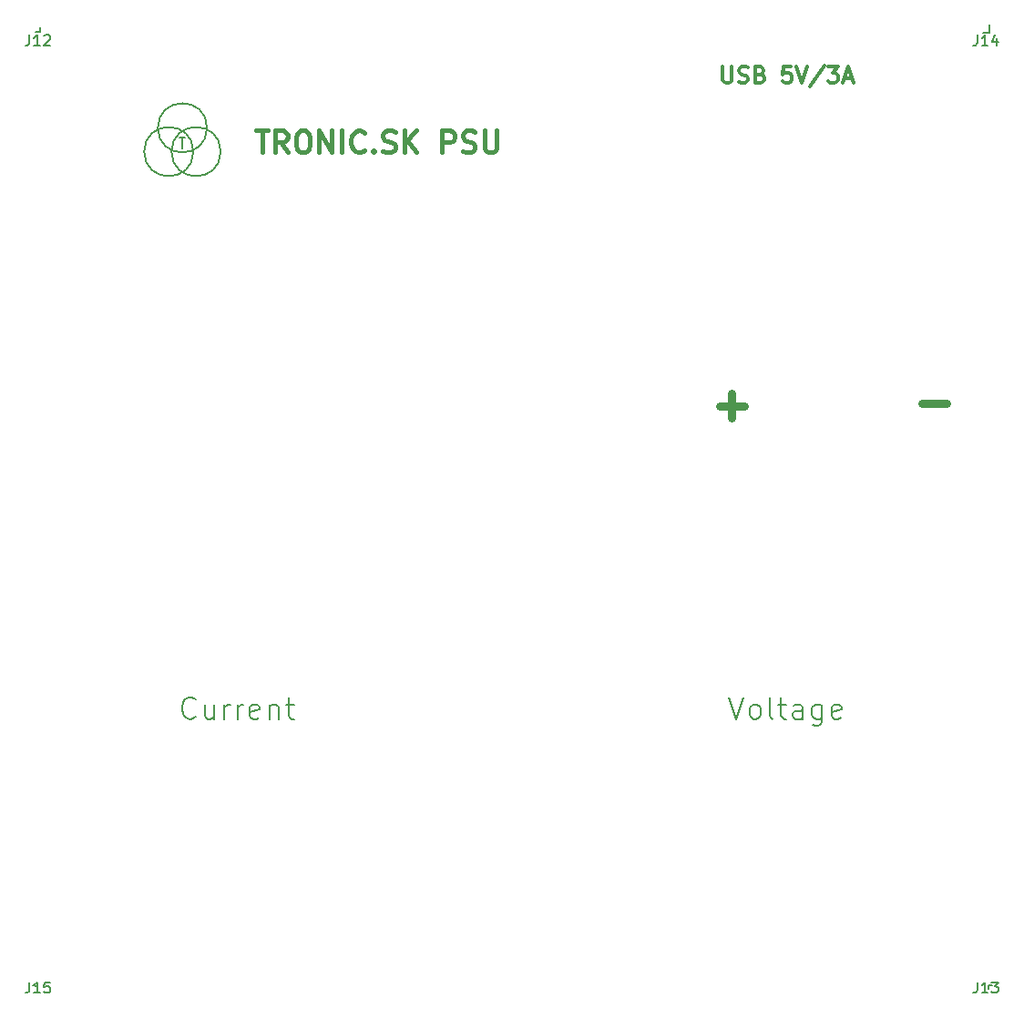
<source format=gto>
G04 #@! TF.FileFunction,Legend,Top*
%FSLAX46Y46*%
G04 Gerber Fmt 4.6, Leading zero omitted, Abs format (unit mm)*
G04 Created by KiCad (PCBNEW 4.0.7) date 11/11/19 23:51:16*
%MOMM*%
%LPD*%
G01*
G04 APERTURE LIST*
%ADD10C,0.100000*%
%ADD11C,0.200000*%
%ADD12C,0.400000*%
%ADD13C,0.750000*%
%ADD14C,0.300000*%
%ADD15C,0.150000*%
G04 APERTURE END LIST*
D10*
D11*
X176371286Y-44918381D02*
X176942715Y-44918381D01*
X176657000Y-45918381D02*
X176657000Y-44918381D01*
X178955700Y-43980100D02*
G75*
G03X178955700Y-43980100I-2286000J0D01*
G01*
X180225700Y-46189900D02*
G75*
G03X180225700Y-46189900I-2286000J0D01*
G01*
X177685700Y-46189900D02*
G75*
G03X177685700Y-46189900I-2286000J0D01*
G01*
D12*
X183484666Y-44243762D02*
X184627523Y-44243762D01*
X184056095Y-46243762D02*
X184056095Y-44243762D01*
X186437048Y-46243762D02*
X185770381Y-45291381D01*
X185294190Y-46243762D02*
X185294190Y-44243762D01*
X186056095Y-44243762D01*
X186246571Y-44339000D01*
X186341810Y-44434238D01*
X186437048Y-44624714D01*
X186437048Y-44910429D01*
X186341810Y-45100905D01*
X186246571Y-45196143D01*
X186056095Y-45291381D01*
X185294190Y-45291381D01*
X187675143Y-44243762D02*
X188056095Y-44243762D01*
X188246571Y-44339000D01*
X188437048Y-44529476D01*
X188532286Y-44910429D01*
X188532286Y-45577095D01*
X188437048Y-45958048D01*
X188246571Y-46148524D01*
X188056095Y-46243762D01*
X187675143Y-46243762D01*
X187484667Y-46148524D01*
X187294190Y-45958048D01*
X187198952Y-45577095D01*
X187198952Y-44910429D01*
X187294190Y-44529476D01*
X187484667Y-44339000D01*
X187675143Y-44243762D01*
X189389428Y-46243762D02*
X189389428Y-44243762D01*
X190532286Y-46243762D01*
X190532286Y-44243762D01*
X191484666Y-46243762D02*
X191484666Y-44243762D01*
X193579905Y-46053286D02*
X193484667Y-46148524D01*
X193198952Y-46243762D01*
X193008476Y-46243762D01*
X192722762Y-46148524D01*
X192532286Y-45958048D01*
X192437047Y-45767571D01*
X192341809Y-45386619D01*
X192341809Y-45100905D01*
X192437047Y-44719952D01*
X192532286Y-44529476D01*
X192722762Y-44339000D01*
X193008476Y-44243762D01*
X193198952Y-44243762D01*
X193484667Y-44339000D01*
X193579905Y-44434238D01*
X194437047Y-46053286D02*
X194532286Y-46148524D01*
X194437047Y-46243762D01*
X194341809Y-46148524D01*
X194437047Y-46053286D01*
X194437047Y-46243762D01*
X195294190Y-46148524D02*
X195579905Y-46243762D01*
X196056095Y-46243762D01*
X196246571Y-46148524D01*
X196341809Y-46053286D01*
X196437048Y-45862810D01*
X196437048Y-45672333D01*
X196341809Y-45481857D01*
X196246571Y-45386619D01*
X196056095Y-45291381D01*
X195675143Y-45196143D01*
X195484667Y-45100905D01*
X195389428Y-45005667D01*
X195294190Y-44815190D01*
X195294190Y-44624714D01*
X195389428Y-44434238D01*
X195484667Y-44339000D01*
X195675143Y-44243762D01*
X196151333Y-44243762D01*
X196437048Y-44339000D01*
X197294190Y-46243762D02*
X197294190Y-44243762D01*
X198437048Y-46243762D02*
X197579905Y-45100905D01*
X198437048Y-44243762D02*
X197294190Y-45386619D01*
X200818000Y-46243762D02*
X200818000Y-44243762D01*
X201579905Y-44243762D01*
X201770381Y-44339000D01*
X201865620Y-44434238D01*
X201960858Y-44624714D01*
X201960858Y-44910429D01*
X201865620Y-45100905D01*
X201770381Y-45196143D01*
X201579905Y-45291381D01*
X200818000Y-45291381D01*
X202722762Y-46148524D02*
X203008477Y-46243762D01*
X203484667Y-46243762D01*
X203675143Y-46148524D01*
X203770381Y-46053286D01*
X203865620Y-45862810D01*
X203865620Y-45672333D01*
X203770381Y-45481857D01*
X203675143Y-45386619D01*
X203484667Y-45291381D01*
X203103715Y-45196143D01*
X202913239Y-45100905D01*
X202818000Y-45005667D01*
X202722762Y-44815190D01*
X202722762Y-44624714D01*
X202818000Y-44434238D01*
X202913239Y-44339000D01*
X203103715Y-44243762D01*
X203579905Y-44243762D01*
X203865620Y-44339000D01*
X204722762Y-44243762D02*
X204722762Y-45862810D01*
X204818001Y-46053286D01*
X204913239Y-46148524D01*
X205103715Y-46243762D01*
X205484667Y-46243762D01*
X205675143Y-46148524D01*
X205770382Y-46053286D01*
X205865620Y-45862810D01*
X205865620Y-44243762D01*
D13*
X245364143Y-69632486D02*
X247649857Y-69632486D01*
X226568143Y-69835686D02*
X228853857Y-69835686D01*
X227711000Y-70978543D02*
X227711000Y-68692829D01*
D14*
X226877515Y-38294571D02*
X226877515Y-39508857D01*
X226948943Y-39651714D01*
X227020372Y-39723143D01*
X227163229Y-39794571D01*
X227448943Y-39794571D01*
X227591801Y-39723143D01*
X227663229Y-39651714D01*
X227734658Y-39508857D01*
X227734658Y-38294571D01*
X228377515Y-39723143D02*
X228591801Y-39794571D01*
X228948944Y-39794571D01*
X229091801Y-39723143D01*
X229163230Y-39651714D01*
X229234658Y-39508857D01*
X229234658Y-39366000D01*
X229163230Y-39223143D01*
X229091801Y-39151714D01*
X228948944Y-39080286D01*
X228663230Y-39008857D01*
X228520372Y-38937429D01*
X228448944Y-38866000D01*
X228377515Y-38723143D01*
X228377515Y-38580286D01*
X228448944Y-38437429D01*
X228520372Y-38366000D01*
X228663230Y-38294571D01*
X229020372Y-38294571D01*
X229234658Y-38366000D01*
X230377515Y-39008857D02*
X230591801Y-39080286D01*
X230663229Y-39151714D01*
X230734658Y-39294571D01*
X230734658Y-39508857D01*
X230663229Y-39651714D01*
X230591801Y-39723143D01*
X230448943Y-39794571D01*
X229877515Y-39794571D01*
X229877515Y-38294571D01*
X230377515Y-38294571D01*
X230520372Y-38366000D01*
X230591801Y-38437429D01*
X230663229Y-38580286D01*
X230663229Y-38723143D01*
X230591801Y-38866000D01*
X230520372Y-38937429D01*
X230377515Y-39008857D01*
X229877515Y-39008857D01*
X233234658Y-38294571D02*
X232520372Y-38294571D01*
X232448943Y-39008857D01*
X232520372Y-38937429D01*
X232663229Y-38866000D01*
X233020372Y-38866000D01*
X233163229Y-38937429D01*
X233234658Y-39008857D01*
X233306086Y-39151714D01*
X233306086Y-39508857D01*
X233234658Y-39651714D01*
X233163229Y-39723143D01*
X233020372Y-39794571D01*
X232663229Y-39794571D01*
X232520372Y-39723143D01*
X232448943Y-39651714D01*
X233734657Y-38294571D02*
X234234657Y-39794571D01*
X234734657Y-38294571D01*
X236306085Y-38223143D02*
X235020371Y-40151714D01*
X236663229Y-38294571D02*
X237591800Y-38294571D01*
X237091800Y-38866000D01*
X237306086Y-38866000D01*
X237448943Y-38937429D01*
X237520372Y-39008857D01*
X237591800Y-39151714D01*
X237591800Y-39508857D01*
X237520372Y-39651714D01*
X237448943Y-39723143D01*
X237306086Y-39794571D01*
X236877514Y-39794571D01*
X236734657Y-39723143D01*
X236663229Y-39651714D01*
X238163228Y-39366000D02*
X238877514Y-39366000D01*
X238020371Y-39794571D02*
X238520371Y-38294571D01*
X239020371Y-39794571D01*
D11*
X251587000Y-123672600D02*
X251587000Y-124028200D01*
X251587000Y-123672600D02*
X251942600Y-123672600D01*
X162991800Y-123672600D02*
X162788600Y-123672600D01*
X162991800Y-123774200D02*
X162991800Y-123672600D01*
X163398200Y-35077400D02*
X163398200Y-34620200D01*
X162991800Y-35077400D02*
X163398200Y-35077400D01*
X251637800Y-35128200D02*
X251637800Y-34417000D01*
X251637800Y-35128200D02*
X251079000Y-35128200D01*
D15*
X227457666Y-96948762D02*
X228124333Y-98948762D01*
X228791000Y-96948762D01*
X229743381Y-98948762D02*
X229552905Y-98853524D01*
X229457666Y-98758286D01*
X229362428Y-98567810D01*
X229362428Y-97996381D01*
X229457666Y-97805905D01*
X229552905Y-97710667D01*
X229743381Y-97615429D01*
X230029095Y-97615429D01*
X230219571Y-97710667D01*
X230314809Y-97805905D01*
X230410047Y-97996381D01*
X230410047Y-98567810D01*
X230314809Y-98758286D01*
X230219571Y-98853524D01*
X230029095Y-98948762D01*
X229743381Y-98948762D01*
X231552905Y-98948762D02*
X231362429Y-98853524D01*
X231267190Y-98663048D01*
X231267190Y-96948762D01*
X232029095Y-97615429D02*
X232791000Y-97615429D01*
X232314809Y-96948762D02*
X232314809Y-98663048D01*
X232410048Y-98853524D01*
X232600524Y-98948762D01*
X232791000Y-98948762D01*
X234314809Y-98948762D02*
X234314809Y-97901143D01*
X234219571Y-97710667D01*
X234029095Y-97615429D01*
X233648143Y-97615429D01*
X233457666Y-97710667D01*
X234314809Y-98853524D02*
X234124333Y-98948762D01*
X233648143Y-98948762D01*
X233457666Y-98853524D01*
X233362428Y-98663048D01*
X233362428Y-98472571D01*
X233457666Y-98282095D01*
X233648143Y-98186857D01*
X234124333Y-98186857D01*
X234314809Y-98091619D01*
X236124333Y-97615429D02*
X236124333Y-99234476D01*
X236029095Y-99424952D01*
X235933857Y-99520190D01*
X235743381Y-99615429D01*
X235457667Y-99615429D01*
X235267190Y-99520190D01*
X236124333Y-98853524D02*
X235933857Y-98948762D01*
X235552905Y-98948762D01*
X235362429Y-98853524D01*
X235267190Y-98758286D01*
X235171952Y-98567810D01*
X235171952Y-97996381D01*
X235267190Y-97805905D01*
X235362429Y-97710667D01*
X235552905Y-97615429D01*
X235933857Y-97615429D01*
X236124333Y-97710667D01*
X237838619Y-98853524D02*
X237648143Y-98948762D01*
X237267191Y-98948762D01*
X237076714Y-98853524D01*
X236981476Y-98663048D01*
X236981476Y-97901143D01*
X237076714Y-97710667D01*
X237267191Y-97615429D01*
X237648143Y-97615429D01*
X237838619Y-97710667D01*
X237933857Y-97901143D01*
X237933857Y-98091619D01*
X236981476Y-98282095D01*
X177879858Y-98758286D02*
X177784620Y-98853524D01*
X177498905Y-98948762D01*
X177308429Y-98948762D01*
X177022715Y-98853524D01*
X176832239Y-98663048D01*
X176737000Y-98472571D01*
X176641762Y-98091619D01*
X176641762Y-97805905D01*
X176737000Y-97424952D01*
X176832239Y-97234476D01*
X177022715Y-97044000D01*
X177308429Y-96948762D01*
X177498905Y-96948762D01*
X177784620Y-97044000D01*
X177879858Y-97139238D01*
X179594143Y-97615429D02*
X179594143Y-98948762D01*
X178737000Y-97615429D02*
X178737000Y-98663048D01*
X178832239Y-98853524D01*
X179022715Y-98948762D01*
X179308429Y-98948762D01*
X179498905Y-98853524D01*
X179594143Y-98758286D01*
X180546524Y-98948762D02*
X180546524Y-97615429D01*
X180546524Y-97996381D02*
X180641763Y-97805905D01*
X180737001Y-97710667D01*
X180927477Y-97615429D01*
X181117953Y-97615429D01*
X181784619Y-98948762D02*
X181784619Y-97615429D01*
X181784619Y-97996381D02*
X181879858Y-97805905D01*
X181975096Y-97710667D01*
X182165572Y-97615429D01*
X182356048Y-97615429D01*
X183784619Y-98853524D02*
X183594143Y-98948762D01*
X183213191Y-98948762D01*
X183022714Y-98853524D01*
X182927476Y-98663048D01*
X182927476Y-97901143D01*
X183022714Y-97710667D01*
X183213191Y-97615429D01*
X183594143Y-97615429D01*
X183784619Y-97710667D01*
X183879857Y-97901143D01*
X183879857Y-98091619D01*
X182927476Y-98282095D01*
X184737000Y-97615429D02*
X184737000Y-98948762D01*
X184737000Y-97805905D02*
X184832239Y-97710667D01*
X185022715Y-97615429D01*
X185308429Y-97615429D01*
X185498905Y-97710667D01*
X185594143Y-97901143D01*
X185594143Y-98948762D01*
X186260810Y-97615429D02*
X187022715Y-97615429D01*
X186546524Y-96948762D02*
X186546524Y-98663048D01*
X186641763Y-98853524D01*
X186832239Y-98948762D01*
X187022715Y-98948762D01*
X162436277Y-35334581D02*
X162436277Y-36048867D01*
X162388657Y-36191724D01*
X162293419Y-36286962D01*
X162150562Y-36334581D01*
X162055324Y-36334581D01*
X163436277Y-36334581D02*
X162864848Y-36334581D01*
X163150562Y-36334581D02*
X163150562Y-35334581D01*
X163055324Y-35477438D01*
X162960086Y-35572676D01*
X162864848Y-35620295D01*
X163817229Y-35429819D02*
X163864848Y-35382200D01*
X163960086Y-35334581D01*
X164198182Y-35334581D01*
X164293420Y-35382200D01*
X164341039Y-35429819D01*
X164388658Y-35525057D01*
X164388658Y-35620295D01*
X164341039Y-35763152D01*
X163769610Y-36334581D01*
X164388658Y-36334581D01*
X250523477Y-123421781D02*
X250523477Y-124136067D01*
X250475857Y-124278924D01*
X250380619Y-124374162D01*
X250237762Y-124421781D01*
X250142524Y-124421781D01*
X251523477Y-124421781D02*
X250952048Y-124421781D01*
X251237762Y-124421781D02*
X251237762Y-123421781D01*
X251142524Y-123564638D01*
X251047286Y-123659876D01*
X250952048Y-123707495D01*
X251856810Y-123421781D02*
X252475858Y-123421781D01*
X252142524Y-123802733D01*
X252285382Y-123802733D01*
X252380620Y-123850352D01*
X252428239Y-123897971D01*
X252475858Y-123993210D01*
X252475858Y-124231305D01*
X252428239Y-124326543D01*
X252380620Y-124374162D01*
X252285382Y-124421781D01*
X251999667Y-124421781D01*
X251904429Y-124374162D01*
X251856810Y-124326543D01*
X250523477Y-35334581D02*
X250523477Y-36048867D01*
X250475857Y-36191724D01*
X250380619Y-36286962D01*
X250237762Y-36334581D01*
X250142524Y-36334581D01*
X251523477Y-36334581D02*
X250952048Y-36334581D01*
X251237762Y-36334581D02*
X251237762Y-35334581D01*
X251142524Y-35477438D01*
X251047286Y-35572676D01*
X250952048Y-35620295D01*
X252380620Y-35667914D02*
X252380620Y-36334581D01*
X252142524Y-35286962D02*
X251904429Y-36001248D01*
X252523477Y-36001248D01*
X162436277Y-123421781D02*
X162436277Y-124136067D01*
X162388657Y-124278924D01*
X162293419Y-124374162D01*
X162150562Y-124421781D01*
X162055324Y-124421781D01*
X163436277Y-124421781D02*
X162864848Y-124421781D01*
X163150562Y-124421781D02*
X163150562Y-123421781D01*
X163055324Y-123564638D01*
X162960086Y-123659876D01*
X162864848Y-123707495D01*
X164341039Y-123421781D02*
X163864848Y-123421781D01*
X163817229Y-123897971D01*
X163864848Y-123850352D01*
X163960086Y-123802733D01*
X164198182Y-123802733D01*
X164293420Y-123850352D01*
X164341039Y-123897971D01*
X164388658Y-123993210D01*
X164388658Y-124231305D01*
X164341039Y-124326543D01*
X164293420Y-124374162D01*
X164198182Y-124421781D01*
X163960086Y-124421781D01*
X163864848Y-124374162D01*
X163817229Y-124326543D01*
M02*

</source>
